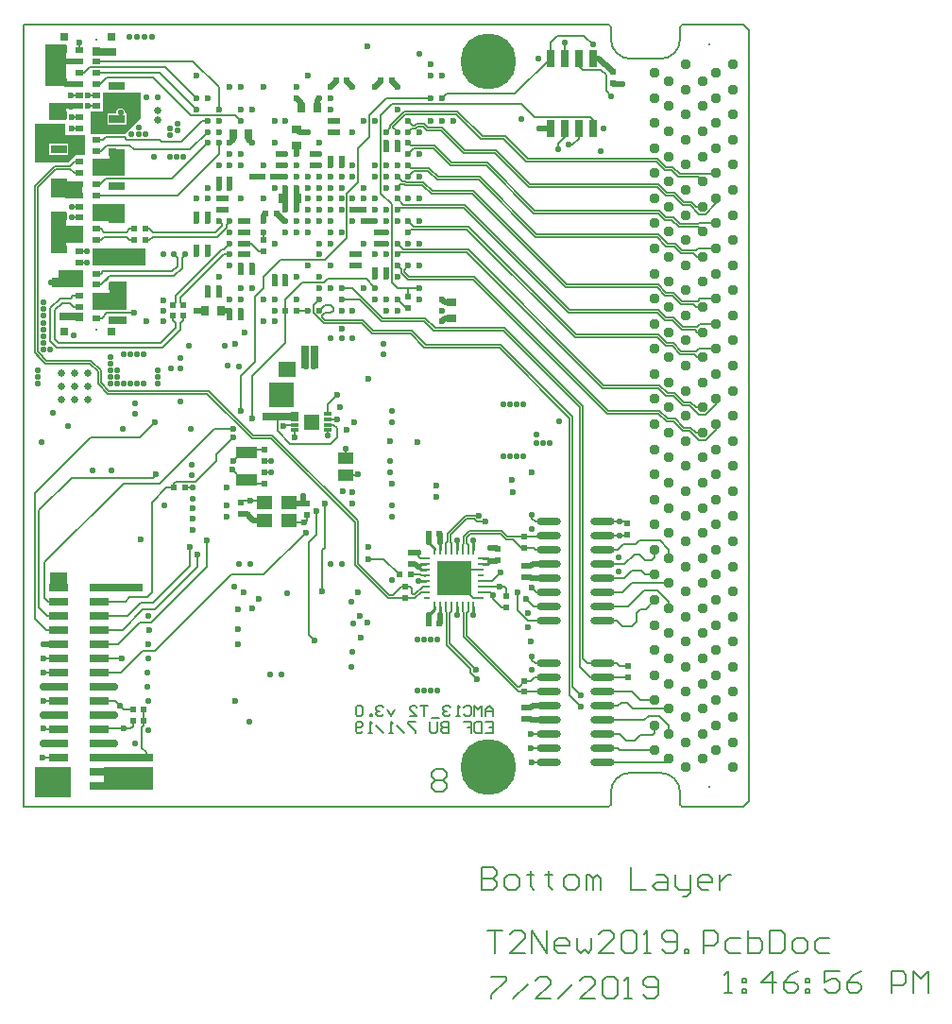
<source format=gbl>
G04*
G04 #@! TF.GenerationSoftware,Altium Limited,Altium Designer,18.1.11 (251)*
G04*
G04 Layer_Physical_Order=8*
G04 Layer_Color=16711680*
%FSLAX44Y44*%
%MOMM*%
G71*
G01*
G75*
%ADD13C,0.2540*%
%ADD15C,0.1270*%
%ADD16C,0.1524*%
%ADD17C,0.2032*%
%ADD20R,0.6000X0.6000*%
%ADD21R,0.8000X1.5000*%
%ADD22O,2.2000X0.6000*%
%ADD23R,0.6000X0.6000*%
%ADD24R,0.6000X0.5000*%
%ADD29R,0.5000X0.6000*%
%ADD30R,0.8000X0.9000*%
%ADD38R,1.4000X1.1000*%
%ADD84C,0.5080*%
%ADD86C,0.1778*%
%ADD113C,0.6000*%
%ADD114C,0.1270*%
%ADD115C,0.2000*%
%ADD116C,0.9500*%
%ADD117C,5.0000*%
%ADD118C,0.5588*%
%ADD119C,0.6600*%
%ADD122R,1.6000X0.5000*%
%ADD147R,0.2500X0.6000*%
%ADD148R,0.6000X0.2500*%
%ADD149R,3.1000X3.1000*%
%ADD150R,1.6764X0.7366*%
%ADD151R,0.7000X0.5000*%
%ADD152R,0.6500X0.8000*%
%ADD153R,1.4000X1.2000*%
%ADD154R,1.9000X1.1000*%
%ADD155R,0.9000X0.8000*%
%ADD156R,0.7500X0.3000*%
%ADD157R,1.3600X1.4600*%
%ADD158C,0.7112*%
%ADD159R,1.6000X1.4000*%
%ADD160R,3.4290X0.6350*%
%ADD161R,0.8000X0.8000*%
%ADD162R,0.8000X0.8000*%
%ADD163R,4.8500X1.5000*%
%ADD164R,1.6000X1.5000*%
%ADD165R,2.1750X1.5000*%
%ADD166R,1.6000X0.8000*%
%ADD167R,1.5750X1.5000*%
%ADD168R,1.3500X3.8000*%
%ADD169R,0.9000X0.9500*%
%ADD170R,0.6750X2.1250*%
%ADD171R,0.7500X2.1250*%
%ADD172R,1.5500X1.3750*%
%ADD173R,3.3000X0.8000*%
%ADD174R,2.2000X2.3000*%
%ADD175R,4.4000X0.7000*%
%ADD176R,4.4000X2.0000*%
%ADD177R,3.3250X2.7500*%
%ADD178R,2.1500X0.8000*%
%ADD179R,1.8500X3.8250*%
%ADD180R,1.5750X0.5250*%
%ADD181R,1.7000X0.5000*%
%ADD182R,1.4750X0.8000*%
%ADD183R,1.4500X0.8000*%
%ADD184R,1.6000X1.5250*%
%ADD185R,1.4500X0.8000*%
%ADD186R,1.6250X1.5000*%
%ADD187R,1.3500X1.8000*%
%ADD188R,1.5250X1.5000*%
%ADD189R,1.4500X1.8000*%
%ADD190R,1.5500X1.5000*%
%ADD191R,1.6500X0.8000*%
%ADD192R,1.6500X2.5000*%
%ADD193R,1.3970X2.4130*%
%ADD194R,1.3970X0.6350*%
G36*
X237500Y802500D02*
X255000D01*
Y784000D01*
X246500D01*
X240000Y777500D01*
X210000D01*
Y812500D01*
X237500D01*
Y802500D01*
D02*
G37*
G36*
X305000Y822000D02*
Y817000D01*
X291000Y803000D01*
X260000D01*
Y823000D01*
X271000D01*
Y840000D01*
X305000D01*
Y822000D01*
D02*
G37*
%LPC*%
G36*
X238500Y794875D02*
X224000D01*
X223028Y794472D01*
X222625Y793500D01*
Y785500D01*
X223028Y784528D01*
X224000Y784125D01*
X238500D01*
X238753Y784230D01*
X239770D01*
Y785247D01*
X239875Y785500D01*
Y793500D01*
X239770Y793753D01*
Y794770D01*
X238753D01*
X238500Y794875D01*
D02*
G37*
G36*
X287000Y826144D02*
X285414Y825828D01*
X284070Y824930D01*
X283172Y823586D01*
X282856Y822000D01*
X282754Y821875D01*
X276500D01*
X276247Y821770D01*
X275235D01*
Y820765D01*
X275125Y820500D01*
Y812500D01*
X275235Y812235D01*
Y811230D01*
X276247D01*
X276500Y811125D01*
X291000D01*
X291972Y811528D01*
X292375Y812500D01*
Y820500D01*
X291972Y821472D01*
X291110Y821829D01*
X291144Y822000D01*
X290828Y823586D01*
X289930Y824930D01*
X288586Y825828D01*
X287000Y826144D01*
D02*
G37*
%LPD*%
D13*
X554000Y402500D02*
X560750D01*
X556500Y412500D02*
X560750D01*
X554000Y415000D02*
X556500Y412500D01*
Y417500D02*
X560750D01*
X554000Y415000D02*
X556500Y417500D01*
X573500Y430250D02*
Y437500D01*
X568500Y430250D02*
Y431500D01*
X563000Y437000D02*
X568500Y431500D01*
X588500Y430250D02*
Y438500D01*
X603500Y430250D02*
Y438500D01*
X603500Y438500D01*
X588500Y372000D02*
Y379750D01*
X603500Y372000D02*
Y379750D01*
Y372000D02*
X603500Y372000D01*
X611250Y417500D02*
X616000D01*
X618500Y420000D01*
X611250Y422500D02*
X616000D01*
X618500Y420000D01*
X568500Y377000D02*
Y379750D01*
X563500Y372000D02*
X568500Y377000D01*
X573500Y372000D02*
Y379750D01*
D15*
X722122Y841502D02*
X726440Y837184D01*
X722122Y841502D02*
Y855980D01*
X717550Y860552D02*
X722122Y855980D01*
X701294Y860552D02*
X717550D01*
X658140Y818000D02*
X707778D01*
X646140Y830000D02*
X658140Y818000D01*
X530000Y830000D02*
X646140D01*
X710438Y807966D02*
Y815340D01*
X707778Y818000D02*
X710438Y815340D01*
X697738Y864108D02*
X701294Y860552D01*
X697738Y864108D02*
Y870966D01*
X685038D02*
X685546Y871474D01*
Y885444D01*
X702564Y891286D02*
X710438Y883412D01*
X678434Y891286D02*
X702564D01*
X672338Y885190D02*
X678434Y891286D01*
X672338Y870966D02*
Y885190D01*
X631526Y801370D02*
X651846Y781050D01*
X630474Y798830D02*
X650794Y778510D01*
X651846Y781050D02*
X768350D01*
X650794Y778510D02*
X767298D01*
X678942Y789000D02*
Y794512D01*
X685038Y800608D01*
Y807966D01*
X688340Y793750D02*
X692404D01*
X697738Y799084D01*
Y807966D01*
X640372Y839000D02*
X672338Y870966D01*
X579000Y839000D02*
X640372D01*
X611160Y801370D02*
X631526D01*
X610108Y798830D02*
X630474D01*
X654086Y757936D02*
X769112D01*
X623352Y788670D02*
X654086Y757936D01*
X595412Y788670D02*
X623352D01*
X653034Y755396D02*
X768060D01*
X622300Y786130D02*
X653034Y755396D01*
X594360Y786130D02*
X622300D01*
X658422Y734550D02*
X770146D01*
X615732Y777240D02*
X658422Y734550D01*
X583982Y777240D02*
X615732D01*
X657370Y732010D02*
X769094D01*
X614680Y774700D02*
X657370Y732010D01*
X582930Y774700D02*
X614680D01*
X660182Y713486D02*
X768858D01*
X609128Y764540D02*
X660182Y713486D01*
X571567Y764540D02*
X609128D01*
X659130Y710946D02*
X767806D01*
X608076Y762000D02*
X659130Y710946D01*
X570515Y762000D02*
X608076D01*
X687106Y668020D02*
X769112D01*
X603286Y751840D02*
X687106Y668020D01*
X566807Y751840D02*
X603286D01*
X686054Y665480D02*
X768060D01*
X602234Y749300D02*
X686054Y665480D01*
X565755Y749300D02*
X602234D01*
X689392Y645668D02*
X768858D01*
X595412Y739648D02*
X689392Y645668D01*
X540352Y739648D02*
X595412D01*
X688340Y643128D02*
X767806D01*
X594360Y737108D02*
X688340Y643128D01*
X537108Y737108D02*
X594360D01*
X695234Y623062D02*
X769112D01*
X598460Y719836D02*
X695234Y623062D01*
X550164Y719836D02*
X598460D01*
X694182Y620522D02*
X768060D01*
X597408Y717296D02*
X694182Y620522D01*
X547296Y717296D02*
X597408D01*
X720126Y577850D02*
X770128D01*
X598460Y699516D02*
X720126Y577850D01*
X540484Y699516D02*
X598460D01*
X719074Y575310D02*
X769076D01*
X597408Y696976D02*
X719074Y575310D01*
X536976Y696976D02*
X597408D01*
X724444Y554990D02*
X770164D01*
X604302Y675132D02*
X724444Y554990D01*
X545592Y675132D02*
X604302D01*
X723392Y552450D02*
X769112D01*
X603250Y672592D02*
X723392Y552450D01*
X544540Y672592D02*
X603250D01*
X701000Y333000D02*
Y558876D01*
X630876Y629000D02*
X701000Y558876D01*
X569000Y629000D02*
X630876D01*
X698460Y325540D02*
Y557824D01*
X629824Y626460D02*
X698460Y557824D01*
X567948Y626460D02*
X629824D01*
X438000Y457000D02*
X440086Y454914D01*
X451866D01*
X453898Y456946D01*
Y462106D01*
X453024Y446024D02*
X453136D01*
X415000Y408000D02*
X453024Y446024D01*
X386000Y408000D02*
X415000D01*
X394970Y472360D02*
X396610Y474000D01*
X403000D01*
X575092Y808990D02*
X595412Y788670D01*
X567690Y789940D02*
X582930Y774700D01*
X568742Y792480D02*
X583982Y777240D01*
X588010Y820928D02*
X610108Y798830D01*
X589062Y823468D02*
X611160Y801370D01*
X550908Y390500D02*
X557908Y397500D01*
X548000Y391500D02*
Y395500D01*
X546500Y397000D02*
X548000Y395500D01*
Y391500D02*
X549000Y390500D01*
X550908D01*
X557908Y397500D02*
X560750D01*
X551000Y387000D02*
X556500Y392500D01*
X542000Y387000D02*
X551000D01*
X538960Y397000D02*
X542000D01*
X531500Y389540D02*
X538960Y397000D01*
X527960Y389540D02*
X531500D01*
X499500Y418000D02*
X527960Y389540D01*
X526908Y387000D02*
X542000D01*
X496960Y416948D02*
X526908Y387000D01*
X542000Y397000D02*
X546500D01*
X556500Y392500D02*
X560750D01*
X633000Y389000D02*
Y395500D01*
X631000Y397500D02*
X633000Y395500D01*
X627000Y397500D02*
X631000D01*
X628500Y379000D02*
X633000D01*
X621000Y386500D02*
X628500Y379000D01*
X621000Y386500D02*
Y389500D01*
X500000Y790000D02*
X509999Y799999D01*
X500000Y760000D02*
Y790000D01*
X509999Y799999D02*
Y819999D01*
X525000Y835000D01*
X315000Y392000D02*
Y473000D01*
X328000Y486000D01*
X311000Y388000D02*
X315000Y392000D01*
X295000Y388000D02*
X311000D01*
X291100Y384100D02*
X295000Y388000D01*
X268095Y384100D02*
X291100D01*
X268095Y371400D02*
X293400D01*
X349000Y416000D02*
Y433000D01*
X316000Y383000D02*
X349000Y416000D01*
X305000Y383000D02*
X316000D01*
X293400Y371400D02*
X305000Y383000D01*
X364000Y415000D02*
Y439000D01*
X314000Y365000D02*
X364000Y415000D01*
X304000Y365000D02*
X314000D01*
X356000Y415000D02*
Y426000D01*
X317999Y376999D02*
X356000Y415000D01*
X306999Y376999D02*
X317999D01*
X288700Y358700D02*
X306999Y376999D01*
X473000Y561000D02*
X481000Y569000D01*
X473000Y552500D02*
Y561000D01*
X289755Y489755D02*
X321755D01*
X371000Y539000D01*
X219000Y419000D02*
X289755Y489755D01*
X219000Y387000D02*
Y419000D01*
Y387000D02*
X221900Y384100D01*
X231265D01*
X243000Y495000D02*
X316000D01*
X214000Y379000D02*
X221600Y371400D01*
X316000Y495000D02*
X319000Y498000D01*
X214000Y466000D02*
X243000Y495000D01*
X214000Y379000D02*
Y466000D01*
X210000Y481000D02*
X260000Y531000D01*
X210000Y369000D02*
X220300Y358700D01*
X210000Y369000D02*
Y481000D01*
X304000Y531000D02*
X317999Y544999D01*
X260000Y531000D02*
X304000D01*
X285000Y346000D02*
X304000Y365000D01*
X268095Y346000D02*
X285000D01*
X268095Y320600D02*
X287600D01*
X242000Y838000D02*
X250000D01*
X258000D02*
X265000D01*
X258000Y828000D02*
X265000D01*
Y868000D02*
X352000D01*
X375000Y845000D01*
Y825000D02*
Y845000D01*
X507000Y673000D02*
X515000Y665000D01*
X405000Y548000D02*
Y586000D01*
X395000Y555000D02*
Y586000D01*
X555000Y835000D02*
X565000D01*
X525000D02*
X555000D01*
X655050Y264950D02*
X671000D01*
X654750Y252250D02*
X671000D01*
X655450Y239550D02*
X671000D01*
X538480Y678652D02*
Y681520D01*
Y678652D02*
X544540Y672592D01*
X769112Y552450D02*
X776242Y545320D01*
X790666Y537464D02*
X797124D01*
X541020Y679704D02*
X545592Y675132D01*
X770164Y554990D02*
X777294Y547860D01*
X783862D02*
X791718Y540004D01*
X798176D01*
X535000Y685000D02*
X538480Y681520D01*
X541228Y681228D02*
X545000Y685000D01*
X541020Y681228D02*
X541228D01*
X541020Y679704D02*
Y681228D01*
X777294Y547860D02*
X783862D01*
X776242Y545320D02*
X782810D01*
X790666Y537464D01*
X535000Y695000D02*
X536976Y696976D01*
X535000Y705000D02*
X540484Y699516D01*
X776188Y568198D02*
X782792D01*
X790920Y560070D02*
X797018D01*
X769076Y575310D02*
X776188Y568198D01*
X770128Y577850D02*
X777240Y570738D01*
X782792Y568198D02*
X790920Y560070D01*
X777240Y570738D02*
X783844D01*
X791972Y562610D01*
X798176Y540004D02*
X802681Y535500D01*
X808500D01*
X797124Y537464D02*
X805743Y528845D01*
X811547D01*
X821000Y538298D01*
Y543000D01*
X791972Y562610D02*
X798071D01*
X802681Y558000D01*
X808500D01*
X797018Y560070D02*
X805743Y551345D01*
X811695D01*
X821000Y560650D01*
Y565500D01*
X545000Y715000D02*
X547296Y717296D01*
X545000Y725000D02*
X550164Y719836D01*
X769112Y623062D02*
X776732Y615442D01*
X782574D01*
X789686Y608330D01*
X803148D01*
X768060Y620522D02*
X775680Y612902D01*
X781522D01*
X788634Y605790D01*
X800862D01*
X803652Y603000D01*
X808500D01*
X803148Y608330D02*
X805318Y610500D01*
X821000D01*
X535000Y735000D02*
X537108Y737108D01*
X535000Y745000D02*
X540352Y739648D01*
X768858Y645668D02*
X776224Y638302D01*
X782828D01*
X791210Y629920D01*
X803402D01*
X767806Y643128D02*
X775172Y635762D01*
X781776D01*
X790158Y627380D01*
X801878D01*
X803758Y625500D01*
X808500D01*
X803402Y629920D02*
X806482Y633000D01*
X821000D01*
X535000Y755000D02*
X537682Y757682D01*
X541789D01*
X535000Y764972D02*
Y765000D01*
Y764972D02*
X539750Y760222D01*
X768060Y665480D02*
X775172Y658368D01*
X781776D01*
X789396Y650748D01*
X800354D01*
X769112Y668020D02*
X776224Y660908D01*
X782828D01*
X790448Y653288D01*
X804376D01*
X541789Y757682D02*
X541916Y757555D01*
X800354Y650748D02*
X803102Y648000D01*
X808500D01*
X804376Y653288D02*
X806588Y655500D01*
X821000D01*
X545000Y775000D02*
X547555Y772445D01*
X545000Y765000D02*
X549884Y769884D01*
X552948D01*
X768858Y713486D02*
X777240Y705104D01*
X784098D01*
X767806Y710946D02*
X776188Y702564D01*
X783046D01*
X789396Y696214D02*
X800354D01*
X552948Y769884D02*
X552968Y769905D01*
X783046Y702564D02*
X789396Y696214D01*
X784098Y705104D02*
X790448Y698754D01*
X800354Y696214D02*
X803568Y693000D01*
X808500D01*
X790448Y698754D02*
X803148D01*
X804894Y700500D01*
X821000D01*
X545000Y795000D02*
X547520Y792480D01*
X545000Y785000D02*
X549940Y789940D01*
X770146Y734550D02*
X776224Y728472D01*
X782320D01*
X788670Y722122D01*
X804418D01*
X775172Y725932D02*
X781268D01*
X787618Y719582D01*
X804418D01*
X769094Y732010D02*
X775172Y725932D01*
X804418Y722122D02*
X805296Y723000D01*
X821000D01*
X804418Y719582D02*
X808500Y715500D01*
X545000Y815000D02*
X549232Y810768D01*
X550239D01*
X545000Y805000D02*
X548228Y808228D01*
X551291D01*
X553051Y809988D01*
X768060Y755396D02*
X775680Y747776D01*
X782284D01*
X790666Y739394D01*
X797694D01*
X550239Y810768D02*
X551999Y812528D01*
X559326D02*
X562864Y808990D01*
X769112Y757936D02*
X776732Y750316D01*
X783336D01*
X791718Y741934D01*
X798746D01*
X551999Y812528D02*
X559326D01*
X553051Y809988D02*
X558274D01*
X561812Y806450D01*
X798746Y741934D02*
X802681Y738000D01*
X808500D01*
X797694Y739394D02*
X805743Y731345D01*
X811609D01*
X821000Y740736D01*
Y745500D01*
X535000Y805000D02*
Y805104D01*
X531368Y808736D02*
X535000Y805104D01*
X525000Y805000D02*
X525092D01*
X528828Y808736D01*
X531368Y809752D02*
X542544Y820928D01*
X767298Y778510D02*
X774664Y771144D01*
X780796D01*
X787146Y764794D01*
X528828Y810804D02*
X541492Y823468D01*
X768350Y781050D02*
X775716Y773684D01*
X781848D01*
X788198Y767334D01*
X528828Y808736D02*
Y810804D01*
X531368Y808736D02*
Y809752D01*
X788198Y767334D02*
X820334D01*
X821000Y768000D01*
X787146Y764794D02*
X804206D01*
X808500Y760500D01*
X433250Y541000D02*
X434750Y542500D01*
X443000D01*
Y531500D02*
Y537500D01*
X473000Y547500D02*
X481000D01*
X473000Y542500D02*
X478000D01*
X481250Y539250D01*
Y531000D02*
Y539250D01*
X475500Y525250D02*
X481250Y531000D01*
X439000Y525250D02*
X475500D01*
X427500Y536750D02*
X439000Y525250D01*
X427500Y536750D02*
Y550250D01*
X402000Y520000D02*
X416000D01*
X400000Y518000D02*
X402000Y520000D01*
X403000Y490000D02*
X416000D01*
X400000Y493000D02*
X403000Y490000D01*
X387000Y502000D02*
X396000Y493000D01*
X400000D01*
X388000Y510000D02*
X396000Y518000D01*
X400000D01*
X403000Y474000D02*
X415000D01*
X416000Y473000D01*
X250000Y878000D02*
Y885000D01*
X327000Y863000D02*
X355000Y835000D01*
X259000Y863000D02*
X327000D01*
X254000Y858000D02*
X259000Y863000D01*
X250000Y858000D02*
X254000D01*
X269000Y848000D02*
X275000Y854000D01*
X265000Y848000D02*
X269000D01*
X390000Y820000D02*
X395000Y815000D01*
X245618Y768000D02*
X250000D01*
X241888Y771730D02*
X245618Y768000D01*
Y778000D02*
X250000D01*
X241888Y774270D02*
X245618Y778000D01*
X243500Y738000D02*
X250000D01*
X243500Y728000D02*
X250000D01*
X265000Y638000D02*
X270000D01*
X274750Y642750D01*
X401000Y705000D02*
X401000Y705000D01*
X274750Y642750D02*
X299000D01*
X265000Y858000D02*
X322000D01*
X355000Y825000D01*
X350000Y820000D02*
X390000D01*
X275000Y854000D02*
X316000D01*
X350000Y820000D01*
X298000Y272000D02*
Y277000D01*
X296000Y270000D02*
X298000Y272000D01*
X290000Y270000D02*
X296000D01*
X306000Y271000D02*
X308000Y273000D01*
X306000Y253000D02*
Y271000D01*
Y253000D02*
X310000Y249000D01*
Y244500D02*
Y249000D01*
X308000Y273000D02*
Y277000D01*
Y287000D01*
X415000Y708000D02*
Y715000D01*
X401000Y705000D02*
X404000D01*
X411000Y698000D01*
X415000D01*
X489999Y709999D02*
Y749999D01*
X500000Y760000D01*
X259334Y597408D02*
X266700Y590042D01*
X219710Y597408D02*
X259334D01*
X212344Y604774D02*
X219710Y597408D01*
X220762Y599948D02*
X260386D01*
X214140Y606570D02*
X220762Y599948D01*
X228134Y774270D02*
X241888D01*
X229186Y771730D02*
X241888D01*
X210058Y756194D02*
X228134Y774270D01*
X212598Y755142D02*
X229186Y771730D01*
X269240Y580172D02*
Y591094D01*
X260386Y599948D02*
X269240Y591094D01*
X212598Y608112D02*
Y755142D01*
Y608112D02*
X220762Y599948D01*
X210058Y607060D02*
Y756194D01*
Y607060D02*
X219710Y597408D01*
X266700Y579120D02*
Y590042D01*
Y579120D02*
X275590Y570230D01*
X269240Y580172D02*
X276642Y572770D01*
X275590Y570230D02*
X364744D01*
X404622Y530352D01*
X421858D01*
X365796Y572770D02*
X405674Y532892D01*
X422910D01*
X276642Y572770D02*
X365796D01*
X373000Y516000D02*
X388000Y531000D01*
X393000Y418000D02*
X393000Y418000D01*
X371000Y539000D02*
X388000D01*
X345000Y486000D02*
X352000D01*
X345000Y486000D02*
X345000Y486000D01*
X328000Y486000D02*
X335000D01*
Y490000D01*
X336000Y491000D01*
X354000D01*
X373000Y510000D01*
Y516000D01*
X268095Y358700D02*
X288700D01*
X268095Y333300D02*
X268395Y333000D01*
X288000D01*
X268095Y295200D02*
X268295Y295000D01*
Y270000D02*
X290000D01*
X268095D02*
X268295D01*
X268095Y269800D02*
X268295Y270000D01*
X231065D02*
X231265Y269800D01*
X218000Y333300D02*
X231265D01*
X218000Y320600D02*
X231265D01*
X218200Y269800D02*
X231265D01*
X218000Y270000D02*
X218200Y269800D01*
X218000Y295200D02*
X231265D01*
X217400Y244400D02*
X231265D01*
X221600Y371400D02*
X231265D01*
X220300Y358700D02*
X231265D01*
X290000Y287000D02*
X298000D01*
X268095Y295200D02*
X281800D01*
X286447Y290553D02*
X290000Y287000D01*
X281800Y295200D02*
X286447Y290553D01*
X307000Y340000D02*
X318000D01*
X386000Y408000D01*
X287600Y320600D02*
X307000Y340000D01*
X470000Y432000D02*
Y472000D01*
X456000Y354000D02*
Y437500D01*
X462500Y444000D01*
Y465250D01*
X468000Y430000D02*
X470000Y432000D01*
X468000Y393000D02*
Y430000D01*
X458296Y351704D02*
X461000Y349000D01*
X456000Y354000D02*
X458296Y351704D01*
X719000Y328450D02*
X732050D01*
X734500Y326000D01*
X742000D01*
X719000Y315750D02*
X741750D01*
X742000Y316000D01*
X739550Y455450D02*
X741000Y454000D01*
X719000Y442750D02*
X739750D01*
X741000Y444000D01*
X469999Y689999D02*
X489999Y709999D01*
X429999Y689999D02*
X469999D01*
X415000Y675000D02*
X429999Y689999D01*
X415000Y665000D02*
Y675000D01*
X407500Y657500D02*
X415000Y665000D01*
X395000Y586000D02*
X407500Y598500D01*
Y657500D01*
X472500Y673000D02*
X507000D01*
X469500Y670000D02*
X472500Y673000D01*
X450000Y670000D02*
X469500D01*
X435000Y655000D02*
X450000Y670000D01*
X435000Y645000D02*
Y655000D01*
Y616000D02*
Y645000D01*
X405000Y586000D02*
X435000Y616000D01*
X445000Y645000D02*
X455000D01*
X485000Y665000D02*
X495000D01*
X522000Y638000D01*
X560000D01*
X569000Y629000D01*
X485000Y655000D02*
X501408D01*
X520948Y635460D01*
X558948D01*
X567948Y626460D01*
X560250Y407000D02*
X560750Y407500D01*
X509000Y422000D02*
X522000D01*
X556000Y422500D02*
X560750D01*
X554000Y424500D02*
X556000Y422500D01*
X554000Y424500D02*
Y428000D01*
X556500Y407500D02*
X560750D01*
X556000Y408000D02*
X556500Y407500D01*
X547000Y408000D02*
X556000D01*
X523000Y422000D02*
X537000Y408000D01*
X509000Y422000D02*
X523000D01*
X499500Y418000D02*
Y456302D01*
X422910Y532892D02*
X499500Y456302D01*
X421858Y530352D02*
X496960Y455250D01*
Y416948D02*
Y455250D01*
X598500Y430250D02*
Y435000D01*
X597500Y436000D02*
X598500Y435000D01*
X597500Y436000D02*
Y441500D01*
X600500Y444500D01*
X627500D01*
X599448Y447040D02*
X628552D01*
X594960Y442552D02*
X599448Y447040D01*
X594960Y435960D02*
Y442552D01*
X593500Y434500D02*
X594960Y435960D01*
X593500Y430250D02*
Y434500D01*
X593500Y430250D02*
X593500Y430250D01*
X670250Y442000D02*
X671000Y442750D01*
X649000Y442000D02*
X670250D01*
X649000Y432000D02*
X657000D01*
X658950Y430050D01*
X671000D01*
X596000Y461000D02*
X608500D01*
X580000Y445000D02*
X596000Y461000D01*
X580000Y438000D02*
Y445000D01*
X578500Y436500D02*
X580000Y438000D01*
X578500Y430250D02*
Y436500D01*
X578500Y430250D02*
X578500Y430250D01*
X583500Y430250D02*
Y436040D01*
X582540Y437000D02*
X583500Y436040D01*
X582540Y437000D02*
Y443948D01*
X597052Y458460D01*
X603540D01*
X606500Y455500D01*
X614000D01*
X593500Y412500D02*
X611250D01*
X586000Y405000D02*
X593500Y412500D01*
X603500Y387500D02*
X611250D01*
X586000Y405000D02*
X603500Y387500D01*
X598500Y375000D02*
Y379750D01*
X597000Y373500D02*
X598500Y375000D01*
X597000Y353500D02*
Y373500D01*
X593500Y374960D02*
Y379750D01*
Y374960D02*
X594460Y374000D01*
Y352448D02*
Y374000D01*
X649000Y303000D02*
X670950D01*
X671000Y303050D01*
X649000Y313000D02*
X655000D01*
X657750Y315750D01*
X671000D01*
X659050Y328450D02*
X671000D01*
X656000Y331500D02*
X659050Y328450D01*
X656000Y331500D02*
Y335000D01*
X659050Y455450D02*
X671000D01*
X656000Y458500D02*
X659050Y455450D01*
X656000Y458500D02*
Y461500D01*
X582000Y346500D02*
X606000Y322500D01*
X582000Y346500D02*
Y373500D01*
X583500Y375000D01*
Y379750D01*
X583500Y379750D02*
X583500Y379750D01*
X578500Y374960D02*
Y379750D01*
Y374960D02*
X579460Y374000D01*
Y345040D02*
Y374000D01*
Y345040D02*
X600500Y324000D01*
Y320500D02*
Y324000D01*
Y320500D02*
X606500Y314500D01*
X611250Y392500D02*
X618000D01*
X621000Y389500D01*
X611250Y397500D02*
X627000D01*
X701000Y333000D02*
X705550Y328450D01*
X719000D01*
X708250Y315750D02*
X719000D01*
X698460Y325540D02*
X708250Y315750D01*
X692000Y308000D02*
X700000Y300000D01*
X692000Y308000D02*
Y549500D01*
X627500Y614000D02*
X692000Y549500D01*
X560500Y614000D02*
X627500D01*
X548000Y626500D02*
X560500Y614000D01*
X513500Y626500D02*
X548000D01*
X504000Y636000D02*
X513500Y626500D01*
X460000Y650000D02*
X465000Y655000D01*
X460000Y642500D02*
Y650000D01*
Y642500D02*
X469040Y633460D01*
X502948D01*
X512448Y623960D01*
X546948D01*
X559448Y611460D01*
X626448D01*
X689460Y548448D01*
Y300040D02*
Y548448D01*
Y300040D02*
X700000Y289500D01*
X620000Y402500D02*
X627500Y410000D01*
X611250Y402500D02*
X620000D01*
X651950Y366550D02*
X671000D01*
X642500Y376000D02*
X651950Y366550D01*
X642500Y376000D02*
Y392000D01*
X650500Y386000D02*
X657250Y379250D01*
X671000D01*
X660050Y391950D02*
X671000D01*
X655500Y396500D02*
X660050Y391950D01*
X628552Y447040D02*
X633592Y442000D01*
X649000D01*
X646000Y432000D02*
X649000D01*
X627500Y444500D02*
X632540Y439460D01*
X638540D01*
X646000Y432000D01*
X594460Y352448D02*
X643908Y303000D01*
X649000D01*
X642750Y307750D02*
X644250D01*
X649000Y312500D01*
Y313000D01*
X597000Y353500D02*
X642750Y307750D01*
X719000Y455450D02*
X734500D01*
X739550D01*
X465000Y645000D02*
X470000Y650000D01*
X475000D01*
X477500Y647500D01*
Y645000D02*
Y647500D01*
X475500Y643000D02*
X477500Y645000D01*
X470000Y643000D02*
X475500D01*
X467546Y638546D02*
Y640546D01*
Y638546D02*
X470092Y636000D01*
X467546Y640546D02*
X470000Y643000D01*
X470092Y636000D02*
X504000D01*
X520000Y820000D02*
X530000Y830000D01*
X520000Y750000D02*
Y820000D01*
Y750000D02*
X530000Y740000D01*
Y670000D02*
Y740000D01*
Y670000D02*
X535000Y665000D01*
X557500Y757555D02*
X565755Y749300D01*
X541916Y757555D02*
X557500D01*
X539750Y760222D02*
X542841D01*
X542968Y760095D01*
X558552D01*
X566807Y751840D01*
X552968Y769905D02*
X562610D01*
X547555Y772445D02*
X563662D01*
X549940Y789940D02*
X567690D01*
X547520Y792480D02*
X568742D01*
X561812Y806450D02*
X574040D01*
X562864Y808990D02*
X575092D01*
X542544Y820928D02*
X588010D01*
X541492Y823468D02*
X589062D01*
X562610Y769905D02*
X570515Y762000D01*
X563662Y772445D02*
X571567Y764540D01*
X574040Y806450D02*
X594360Y786130D01*
X575000Y835000D02*
X579000Y839000D01*
X545000Y657000D02*
Y665000D01*
X535000D02*
X545000D01*
X555000D01*
X200000Y200000D02*
X724500D01*
D16*
X621000Y281000D02*
Y287665D01*
X617668Y290997D01*
X614336Y287665D01*
Y281000D01*
Y285998D01*
X621000D01*
X611003Y281000D02*
Y290997D01*
X607671Y287665D01*
X604339Y290997D01*
Y281000D01*
X594342Y289331D02*
X596008Y290997D01*
X599340D01*
X601006Y289331D01*
Y282666D01*
X599340Y281000D01*
X596008D01*
X594342Y282666D01*
X591010Y281000D02*
X587677D01*
X589343D01*
Y290997D01*
X591010Y289331D01*
X582679D02*
X581013Y290997D01*
X577681D01*
X576015Y289331D01*
Y287665D01*
X577681Y285998D01*
X579347D01*
X577681D01*
X576015Y284332D01*
Y282666D01*
X577681Y281000D01*
X581013D01*
X582679Y282666D01*
X572682Y279334D02*
X566018D01*
X562686Y290997D02*
X556021D01*
X559353D01*
Y281000D01*
X546024D02*
X552689D01*
X546024Y287665D01*
Y289331D01*
X547690Y290997D01*
X551022D01*
X552689Y289331D01*
X532695Y287665D02*
X529363Y281000D01*
X526031Y287665D01*
X522698Y289331D02*
X521032Y290997D01*
X517700D01*
X516034Y289331D01*
Y287665D01*
X517700Y285998D01*
X519366D01*
X517700D01*
X516034Y284332D01*
Y282666D01*
X517700Y281000D01*
X521032D01*
X522698Y282666D01*
X512702Y281000D02*
Y282666D01*
X511035D01*
Y281000D01*
X512702D01*
X504371Y289331D02*
X502705Y290997D01*
X499372D01*
X497706Y289331D01*
Y282666D01*
X499372Y281000D01*
X502705D01*
X504371Y282666D01*
Y289331D01*
X614336Y275997D02*
X621000D01*
Y266000D01*
X614336D01*
X621000Y270998D02*
X617668D01*
X611003Y275997D02*
Y266000D01*
X606005D01*
X604339Y267666D01*
Y274331D01*
X606005Y275997D01*
X611003D01*
X594342D02*
X601006D01*
Y270998D01*
X597674D01*
X601006D01*
Y266000D01*
X581013Y275997D02*
Y266000D01*
X576015D01*
X574348Y267666D01*
Y269332D01*
X576015Y270998D01*
X581013D01*
X576015D01*
X574348Y272665D01*
Y274331D01*
X576015Y275997D01*
X581013D01*
X571016D02*
Y267666D01*
X569350Y266000D01*
X566018D01*
X564352Y267666D01*
Y275997D01*
X551022D02*
X544358D01*
Y274331D01*
X551022Y267666D01*
Y266000D01*
X541026D02*
X534361Y272665D01*
X531029Y266000D02*
X527697D01*
X529363D01*
Y275997D01*
X531029Y274331D01*
X522698Y266000D02*
X516034Y272665D01*
X512702Y266000D02*
X509369D01*
X511035D01*
Y275997D01*
X512702Y274331D01*
X504371Y267666D02*
X502705Y266000D01*
X499372D01*
X497706Y267666D01*
Y274331D01*
X499372Y275997D01*
X502705D01*
X504371Y274331D01*
Y272665D01*
X502705Y270998D01*
X497706D01*
X611000Y145994D02*
Y126000D01*
X620997D01*
X624329Y129332D01*
Y132664D01*
X620997Y135997D01*
X611000D01*
X620997D01*
X624329Y139329D01*
Y142661D01*
X620997Y145994D01*
X611000D01*
X634326Y126000D02*
X640990D01*
X644323Y129332D01*
Y135997D01*
X640990Y139329D01*
X634326D01*
X630994Y135997D01*
Y129332D01*
X634326Y126000D01*
X654319Y142661D02*
Y139329D01*
X650987D01*
X657652D01*
X654319D01*
Y129332D01*
X657652Y126000D01*
X670981Y142661D02*
Y139329D01*
X667648D01*
X674313D01*
X670981D01*
Y129332D01*
X674313Y126000D01*
X687642D02*
X694306D01*
X697639Y129332D01*
Y135997D01*
X694306Y139329D01*
X687642D01*
X684310Y135997D01*
Y129332D01*
X687642Y126000D01*
X704303D02*
Y139329D01*
X707635D01*
X710968Y135997D01*
Y126000D01*
Y135997D01*
X714300Y139329D01*
X717632Y135997D01*
Y126000D01*
X744290Y145994D02*
Y126000D01*
X757619D01*
X767616Y139329D02*
X774281D01*
X777613Y135997D01*
Y126000D01*
X767616D01*
X764284Y129332D01*
X767616Y132664D01*
X777613D01*
X784277Y139329D02*
Y129332D01*
X787610Y126000D01*
X797607D01*
Y122668D01*
X794274Y119335D01*
X790942D01*
X797607Y126000D02*
Y139329D01*
X814268Y126000D02*
X807603D01*
X804271Y129332D01*
Y135997D01*
X807603Y139329D01*
X814268D01*
X817600Y135997D01*
Y132664D01*
X804271D01*
X824265Y139329D02*
Y126000D01*
Y132664D01*
X827597Y135997D01*
X830929Y139329D01*
X834261D01*
X566000Y230661D02*
X569332Y233994D01*
X575997D01*
X579329Y230661D01*
Y227329D01*
X575997Y223997D01*
X579329Y220665D01*
Y217332D01*
X575997Y214000D01*
X569332D01*
X566000Y217332D01*
Y220665D01*
X569332Y223997D01*
X566000Y227329D01*
Y230661D01*
X569332Y223997D02*
X575997D01*
X790500Y901000D02*
G03*
X788500Y899000I0J-2000D01*
G01*
X726500D02*
G03*
X724500Y901000I-2000J0D01*
G01*
X726500Y888000D02*
G03*
X744000Y870500I17500J0D01*
G01*
X771000D02*
G03*
X788500Y888000I0J17500D01*
G01*
Y213000D02*
G03*
X771000Y230500I-17500J0D01*
G01*
X744000D02*
G03*
X726500Y213000I0J-17500D01*
G01*
X724500Y200000D02*
G03*
X726500Y202000I0J2000D01*
G01*
X788500D02*
G03*
X790500Y200000I2000J0D01*
G01*
X200000Y901000D02*
X724500D01*
X790500D02*
X845000D01*
X726500Y888000D02*
Y899000D01*
X788500Y888000D02*
Y899000D01*
X744000Y870500D02*
X771000D01*
X744000Y230500D02*
X771000D01*
X788500Y202000D02*
Y213000D01*
X726500Y202000D02*
Y213000D01*
X845000Y901000D02*
X850000Y896000D01*
Y205000D02*
Y896000D01*
X845000Y200000D02*
X850000Y205000D01*
X790500Y200000D02*
X845000D01*
X200000D02*
Y901000D01*
X616000Y88994D02*
X629329D01*
X622664D01*
Y69000D01*
X649323D02*
X635994D01*
X649323Y82329D01*
Y85661D01*
X645990Y88994D01*
X639326D01*
X635994Y85661D01*
X655987Y69000D02*
Y88994D01*
X669316Y69000D01*
Y88994D01*
X685977Y69000D02*
X679313D01*
X675981Y72332D01*
Y78997D01*
X679313Y82329D01*
X685977D01*
X689310Y78997D01*
Y75665D01*
X675981D01*
X695974Y82329D02*
Y72332D01*
X699306Y69000D01*
X702639Y72332D01*
X705971Y69000D01*
X709303Y72332D01*
Y82329D01*
X729297Y69000D02*
X715968D01*
X729297Y82329D01*
Y85661D01*
X725965Y88994D01*
X719300D01*
X715968Y85661D01*
X735961D02*
X739294Y88994D01*
X745958D01*
X749290Y85661D01*
Y72332D01*
X745958Y69000D01*
X739294D01*
X735961Y72332D01*
Y85661D01*
X755955Y69000D02*
X762619D01*
X759287D01*
Y88994D01*
X755955Y85661D01*
X772616Y72332D02*
X775948Y69000D01*
X782613D01*
X785945Y72332D01*
Y85661D01*
X782613Y88994D01*
X775948D01*
X772616Y85661D01*
Y82329D01*
X775948Y78997D01*
X785945D01*
X792610Y69000D02*
Y72332D01*
X795942D01*
Y69000D01*
X792610D01*
X809271D02*
Y88994D01*
X819268D01*
X822600Y85661D01*
Y78997D01*
X819268Y75665D01*
X809271D01*
X842594Y82329D02*
X832597D01*
X829265Y78997D01*
Y72332D01*
X832597Y69000D01*
X842594D01*
X849258Y88994D02*
Y69000D01*
X859255D01*
X862587Y72332D01*
Y75665D01*
Y78997D01*
X859255Y82329D01*
X849258D01*
X869252Y88994D02*
Y69000D01*
X879249D01*
X882581Y72332D01*
Y85661D01*
X879249Y88994D01*
X869252D01*
X892578Y69000D02*
X899242D01*
X902574Y72332D01*
Y78997D01*
X899242Y82329D01*
X892578D01*
X889245Y78997D01*
Y72332D01*
X892578Y69000D01*
X922568Y82329D02*
X912571D01*
X909239Y78997D01*
Y72332D01*
X912571Y69000D01*
X922568D01*
X619000Y47994D02*
X632329D01*
Y44661D01*
X619000Y31332D01*
Y28000D01*
X638994D02*
X652323Y41329D01*
X672316Y28000D02*
X658987D01*
X672316Y41329D01*
Y44661D01*
X668984Y47994D01*
X662319D01*
X658987Y44661D01*
X678981Y28000D02*
X692310Y41329D01*
X712303Y28000D02*
X698974D01*
X712303Y41329D01*
Y44661D01*
X708971Y47994D01*
X702307D01*
X698974Y44661D01*
X718968D02*
X722300Y47994D01*
X728965D01*
X732297Y44661D01*
Y31332D01*
X728965Y28000D01*
X722300D01*
X718968Y31332D01*
Y44661D01*
X738961Y28000D02*
X745626D01*
X742294D01*
Y47994D01*
X738961Y44661D01*
X755623Y31332D02*
X758955Y28000D01*
X765619D01*
X768952Y31332D01*
Y44661D01*
X765619Y47994D01*
X758955D01*
X755623Y44661D01*
Y41329D01*
X758955Y37997D01*
X768952D01*
X828000Y33000D02*
X834665D01*
X831332D01*
Y52994D01*
X828000Y49661D01*
X844661Y46329D02*
X847993D01*
Y42997D01*
X844661D01*
Y46329D01*
Y36332D02*
X847993D01*
Y33000D01*
X844661D01*
Y36332D01*
X871319Y33000D02*
Y52994D01*
X861323Y42997D01*
X874652D01*
X894645Y52994D02*
X887981Y49661D01*
X881316Y42997D01*
Y36332D01*
X884648Y33000D01*
X891313D01*
X894645Y36332D01*
Y39664D01*
X891313Y42997D01*
X881316D01*
X901310Y46329D02*
X904642D01*
Y42997D01*
X901310D01*
Y46329D01*
Y36332D02*
X904642D01*
Y33000D01*
X901310D01*
Y36332D01*
X931300Y52994D02*
X917971D01*
Y42997D01*
X924635Y46329D01*
X927968D01*
X931300Y42997D01*
Y36332D01*
X927968Y33000D01*
X921303D01*
X917971Y36332D01*
X951294Y52994D02*
X944629Y49661D01*
X937964Y42997D01*
Y36332D01*
X941297Y33000D01*
X947961D01*
X951294Y36332D01*
Y39664D01*
X947961Y42997D01*
X937964D01*
X977952Y33000D02*
Y52994D01*
X987948D01*
X991281Y49661D01*
Y42997D01*
X987948Y39664D01*
X977952D01*
X997945Y33000D02*
Y52994D01*
X1004610Y46329D01*
X1011274Y52994D01*
Y33000D01*
D17*
X473000Y532500D02*
Y537500D01*
X416000Y510000D02*
X422000D01*
X416000Y500000D02*
X422000D01*
X415000Y456000D02*
X416000Y457000D01*
X489000Y497500D02*
X499500D01*
X499000Y497000D02*
X499500Y497500D01*
X500000Y498000D01*
X489000Y512500D02*
Y521000D01*
X265000Y758000D02*
X269050D01*
X274014Y762964D01*
X332964D01*
X365000Y795000D01*
X265000Y748000D02*
X338000D01*
X375000Y785000D01*
Y795000D01*
X719000Y239550D02*
X775050D01*
X778500Y243000D01*
X734500Y250500D02*
X766000D01*
X732500Y252500D02*
X734500Y250500D01*
X719250Y252500D02*
X732500D01*
X719000Y252250D02*
X719250Y252500D01*
X719000Y277650D02*
X756314D01*
X760164Y281500D01*
X770000D01*
X778500Y273000D01*
Y265500D02*
Y273000D01*
X719000Y264950D02*
X734550D01*
X753000Y264500D02*
X764000D01*
X766000Y266500D01*
Y273000D01*
X747500Y259000D02*
X753000Y264500D01*
X734550Y264950D02*
X740500Y259000D01*
X747500D01*
X719000Y303050D02*
X745450D01*
X753000Y295500D01*
X766000D01*
X746498Y288000D02*
X778500D01*
X719000Y290350D02*
X733000D01*
X735650Y293000D01*
X741498D01*
X746498Y288000D01*
X719000Y379250D02*
X741750D01*
X756500Y394000D01*
X768500D01*
X778500Y384000D01*
Y378000D02*
Y384000D01*
X719000Y366550D02*
X731450D01*
X745000Y361500D02*
X749500Y366000D01*
X731450Y366550D02*
X736500Y361500D01*
X745000D01*
X749500Y374000D02*
X752897Y377397D01*
X749500Y366000D02*
Y374000D01*
X757897Y377397D02*
X766000Y385500D01*
X752897Y377397D02*
X757897D01*
X745500Y400500D02*
X778500D01*
X736950Y391950D02*
X745500Y400500D01*
X719000Y391950D02*
X736950D01*
X719000Y404650D02*
X738650D01*
X745500Y411500D01*
X754000D01*
X757500Y408000D01*
X766000D01*
X752000Y438500D02*
X770500D01*
X778500Y430500D01*
Y423000D02*
Y430500D01*
X719000Y417350D02*
X738850D01*
X719000Y430050D02*
X733050D01*
X738121Y435121D01*
X748621D01*
X752000Y438500D01*
X766000Y424000D02*
Y430500D01*
X763000Y421000D02*
X766000Y424000D01*
X757500Y421000D02*
X763000D01*
X752000Y426500D02*
X757500Y421000D01*
X738850Y417350D02*
X748000Y426500D01*
X752000D01*
X349000Y789000D02*
X365000Y805000D01*
X299000Y789000D02*
X349000D01*
X295139Y792861D02*
X299000Y789000D01*
X274361Y792861D02*
X295139D01*
X269500Y788000D02*
X274361Y792861D01*
X265000Y788000D02*
X269500D01*
X265000Y798000D02*
X271500D01*
X273500Y800000D02*
X290663D01*
X271500Y798000D02*
X273500Y800000D01*
X290663D02*
X292743Y797920D01*
X321580D01*
X323500Y796000D01*
X341500D01*
X360500Y815000D02*
X365000D01*
X341500Y796000D02*
X360500Y815000D01*
X535000Y655000D02*
X543000Y647000D01*
X545000D01*
D20*
X445000Y645000D02*
D03*
X435000D02*
D03*
X308000Y287000D02*
D03*
X298000D02*
D03*
X308000Y277000D02*
D03*
X298000D02*
D03*
X345000Y486000D02*
D03*
X335000D02*
D03*
X537000Y408000D02*
D03*
X547000D02*
D03*
D21*
X672338Y870966D02*
D03*
X685038D02*
D03*
X697738D02*
D03*
X710438D02*
D03*
X672338Y807966D02*
D03*
X685038D02*
D03*
X697738D02*
D03*
X710438D02*
D03*
D22*
X719000Y455450D02*
D03*
Y442750D02*
D03*
Y430050D02*
D03*
Y417350D02*
D03*
Y404650D02*
D03*
Y391950D02*
D03*
Y379250D02*
D03*
Y366550D02*
D03*
X671000Y455450D02*
D03*
Y442750D02*
D03*
Y430050D02*
D03*
Y417350D02*
D03*
Y404650D02*
D03*
Y391950D02*
D03*
Y379250D02*
D03*
Y366550D02*
D03*
X719000Y328450D02*
D03*
Y315750D02*
D03*
Y303050D02*
D03*
Y290350D02*
D03*
Y277650D02*
D03*
Y264950D02*
D03*
Y252250D02*
D03*
Y239550D02*
D03*
X671000Y328450D02*
D03*
Y315750D02*
D03*
Y303050D02*
D03*
Y290350D02*
D03*
Y277650D02*
D03*
Y264950D02*
D03*
Y252250D02*
D03*
Y239550D02*
D03*
D23*
X633000Y389000D02*
D03*
Y379000D02*
D03*
X542000Y397000D02*
D03*
Y387000D02*
D03*
X415000Y698000D02*
D03*
Y708000D02*
D03*
X741000Y454000D02*
D03*
Y444000D02*
D03*
X649000Y303000D02*
D03*
Y313000D02*
D03*
Y442000D02*
D03*
Y432000D02*
D03*
X742000Y316000D02*
D03*
Y326000D02*
D03*
X545000Y657000D02*
D03*
Y647000D02*
D03*
D24*
X475000Y781000D02*
D03*
X485000D02*
D03*
X452000Y611000D02*
D03*
X462000D02*
D03*
X452000Y602000D02*
D03*
X462000D02*
D03*
X309000Y708000D02*
D03*
X299000D02*
D03*
X309000Y718000D02*
D03*
X299000D02*
D03*
X385000Y762000D02*
D03*
X375000D02*
D03*
X365000Y731000D02*
D03*
X355000D02*
D03*
X355000Y701000D02*
D03*
X365000D02*
D03*
X405000Y679000D02*
D03*
X395000D02*
D03*
X365000Y659000D02*
D03*
X375000D02*
D03*
X525000Y789000D02*
D03*
X535000D02*
D03*
X435000Y669000D02*
D03*
X425000D02*
D03*
X385000Y639000D02*
D03*
X395000D02*
D03*
X515000Y681000D02*
D03*
X525000D02*
D03*
X414000Y765000D02*
D03*
X424000D02*
D03*
X573000Y445000D02*
D03*
X563000D02*
D03*
X573000Y364000D02*
D03*
X563000D02*
D03*
X427000Y732000D02*
D03*
X417000D02*
D03*
X480000Y851000D02*
D03*
X490000D02*
D03*
X520000D02*
D03*
X530000D02*
D03*
D29*
X728472Y848440D02*
D03*
Y858440D02*
D03*
X432000Y561000D02*
D03*
Y551000D02*
D03*
X423000Y561000D02*
D03*
Y551000D02*
D03*
X416000Y500000D02*
D03*
Y490000D02*
D03*
X416000Y510000D02*
D03*
Y520000D02*
D03*
X431000Y578000D02*
D03*
Y588000D02*
D03*
X440000Y578000D02*
D03*
Y588000D02*
D03*
X453898Y472106D02*
D03*
Y462106D02*
D03*
X394970Y462360D02*
D03*
Y472360D02*
D03*
X334000Y650000D02*
D03*
Y640000D02*
D03*
X343000Y650000D02*
D03*
Y640000D02*
D03*
X649000Y279000D02*
D03*
Y289000D02*
D03*
Y406000D02*
D03*
Y416000D02*
D03*
X381000Y735000D02*
D03*
Y745000D02*
D03*
X401000Y705000D02*
D03*
Y695000D02*
D03*
X401000Y715000D02*
D03*
Y725000D02*
D03*
X429000Y785000D02*
D03*
Y775000D02*
D03*
X501000Y695000D02*
D03*
Y685000D02*
D03*
X459000Y785000D02*
D03*
Y775000D02*
D03*
X517000Y715000D02*
D03*
Y705000D02*
D03*
X505000Y725000D02*
D03*
Y735000D02*
D03*
X481000Y815000D02*
D03*
Y805000D02*
D03*
X547000Y418000D02*
D03*
Y428000D02*
D03*
X625000Y421000D02*
D03*
Y431000D02*
D03*
D30*
X432000Y745000D02*
D03*
X446000D02*
D03*
X402000Y803000D02*
D03*
X388000D02*
D03*
X463000Y827000D02*
D03*
X449000D02*
D03*
X377000Y645000D02*
D03*
X363000D02*
D03*
D38*
X489000Y512500D02*
D03*
Y497500D02*
D03*
D84*
X728138Y848106D02*
X736854D01*
X728138D02*
X728472Y848440D01*
X710438Y870966D02*
X715772D01*
X721106Y865632D01*
X721280D02*
X728472Y858440D01*
X721106Y865632D02*
X721280D01*
X672076Y808228D02*
X672338Y807966D01*
X662686Y808228D02*
X672076D01*
X438894Y472106D02*
X451104D01*
X451000Y472210D02*
X451104Y472106D01*
X451000Y472210D02*
Y479000D01*
X438000Y473000D02*
X438894Y472106D01*
X406092Y457000D02*
X416000D01*
X402844Y460248D02*
X406092Y457000D01*
X400732Y462360D02*
X402844Y460248D01*
X394970Y462360D02*
X400732D01*
X445000Y735000D02*
Y755000D01*
X435000Y735000D02*
Y755000D01*
X485000Y775000D02*
Y781000D01*
X475000Y775000D02*
Y781000D01*
X655000Y416000D02*
X656000Y417000D01*
X649000Y416000D02*
X655000D01*
X649000Y406000D02*
X655000D01*
X656350Y404650D02*
X671000D01*
X656000Y417000D02*
X656350Y417350D01*
X671000D01*
X649000Y279000D02*
X655000D01*
Y289000D02*
X656000Y290000D01*
X649000Y289000D02*
X655000D01*
X656350Y277650D02*
X671000D01*
X656000Y290000D02*
X656350Y290350D01*
X671000D01*
X355000Y695000D02*
Y701000D01*
X355000Y701000D02*
X355000Y701000D01*
X365000Y695000D02*
Y701000D01*
X365000Y701000D02*
X365000Y701000D01*
X375000Y735000D02*
X381000D01*
X365000Y725000D02*
Y731000D01*
X355000Y725000D02*
Y731000D01*
X395000Y705000D02*
X401000D01*
X401000Y705000D01*
X395000Y695000D02*
X401000D01*
X401000Y695000D01*
X388000Y798000D02*
Y803000D01*
X385000Y795000D02*
X388000Y798000D01*
X402000Y798000D02*
Y803000D01*
Y798000D02*
X405000Y795000D01*
X405000Y679000D02*
Y685000D01*
X405000Y685000D01*
X395000Y679000D02*
Y685000D01*
X395000Y685000D01*
X375000Y659000D02*
Y665000D01*
X365000Y659000D02*
Y665000D01*
X449000Y827000D02*
Y831000D01*
X445000Y835000D02*
X449000Y831000D01*
X463000Y827000D02*
Y833000D01*
X465000Y835000D01*
X495000Y695000D02*
X501000D01*
X495000Y695000D02*
X495000Y695000D01*
Y685000D02*
X501000D01*
X495000Y685000D02*
X495000Y685000D01*
X429000Y775000D02*
X435000D01*
X429000Y775000D02*
X429000Y775000D01*
Y785000D02*
X435000D01*
X429000Y785000D02*
X429000Y785000D01*
X459000D02*
X465000D01*
X459000Y785000D02*
X459000Y785000D01*
Y775000D02*
X465000D01*
X459000Y775000D02*
X459000Y775000D01*
X475000Y815000D02*
X481000D01*
X475000Y805000D02*
X481000D01*
X475000Y805000D02*
X475000Y805000D01*
X385000Y639000D02*
Y645000D01*
Y639000D02*
X385000Y639000D01*
X395000Y639000D02*
Y645000D01*
Y639000D02*
X395000Y639000D01*
X425000Y669000D02*
Y675000D01*
X435000Y669000D02*
Y675000D01*
X525000Y789000D02*
Y795000D01*
X525000Y795000D02*
X525000Y795000D01*
X535000Y789000D02*
Y795000D01*
X535000Y795000D02*
X535000Y795000D01*
X519000Y705000D02*
X525000D01*
X519000Y715000D02*
X525000D01*
X385000Y645000D02*
X385000Y645000D01*
X578000Y652000D02*
X584000D01*
X575000Y655000D02*
X578000Y652000D01*
X578000Y638000D02*
X584000D01*
X575000Y635000D02*
X578000Y638000D01*
X445000Y785000D02*
Y793000D01*
X447000Y805000D02*
X455000D01*
X445000Y807000D02*
X447000Y805000D01*
X363000Y645000D02*
X363000Y645000D01*
X377000D02*
X385000D01*
X355000Y645000D02*
X363000D01*
X218000Y346000D02*
X231265D01*
X515000Y675000D02*
Y681000D01*
X525000Y675000D02*
Y681000D01*
X424000Y765000D02*
X435000D01*
X435000Y765000D01*
X405000Y765000D02*
X414000D01*
X405000Y765000D02*
X405000Y765000D01*
X505000Y725000D02*
X515000D01*
X495000Y735000D02*
X505000D01*
X490000Y850000D02*
Y851000D01*
Y850000D02*
X495000Y845000D01*
X480000Y850000D02*
Y851000D01*
X475000Y845000D02*
X480000Y850000D01*
X520000Y850000D02*
Y851000D01*
X515000Y845000D02*
X520000Y850000D01*
X530000D02*
Y851000D01*
Y850000D02*
X535000Y845000D01*
X547000Y428000D02*
X554000D01*
X547000Y428000D02*
X547000Y428000D01*
X547000Y418000D02*
X551000D01*
X554000Y415000D01*
X573500Y437500D02*
Y444500D01*
X573000Y445000D02*
X573500Y444500D01*
X563000Y437000D02*
Y445000D01*
X563000Y445000D01*
X618500Y432000D02*
X624000D01*
X625000Y431000D01*
X618500Y420000D02*
X624000D01*
X625000Y421000D01*
X573500Y364500D02*
Y372000D01*
X573000Y364000D02*
X573500Y364500D01*
X563500D02*
Y372000D01*
X563000Y364000D02*
X563500Y364500D01*
X401000Y725000D02*
X401000Y725000D01*
X395000Y725000D02*
X401000D01*
Y715000D02*
X401000Y715000D01*
X395000Y715000D02*
X401000D01*
X434000Y725000D02*
X435000D01*
X427000Y732000D02*
X434000Y725000D01*
X415000D02*
Y730000D01*
X417000Y732000D01*
X375000Y745000D02*
X381000D01*
X385000Y755000D02*
Y762000D01*
X375000Y755000D02*
Y762000D01*
D86*
X265000Y668000D02*
X269474D01*
X265000Y678000D02*
X265074Y677926D01*
X265000Y678000D02*
X269494D01*
X271452Y679958D01*
X269494Y668000D02*
X277134Y675640D01*
X269474Y668000D02*
X269494D01*
X269474D02*
X275082Y673608D01*
X384690Y694690D02*
X385000Y695000D01*
X243000Y818000D02*
X250000D01*
X243000Y808000D02*
X250000D01*
Y688000D02*
X256500D01*
X250000Y698000D02*
X256750D01*
X244234Y658000D02*
X250000D01*
X242062Y655828D02*
X244234Y658000D01*
X245064Y648000D02*
X250000D01*
X241554Y651510D02*
X245064Y648000D01*
X228346Y645160D02*
X234696Y651510D01*
X228346Y619252D02*
Y645160D01*
Y619252D02*
X231648Y615950D01*
X224028Y617463D02*
Y646949D01*
X232907Y655828D02*
X242062D01*
X224028Y646949D02*
X232907Y655828D01*
X224028Y617463D02*
X229859Y611632D01*
X234696Y651510D02*
X241554D01*
X379532Y695000D02*
X385000D01*
X379318Y699318D02*
X385000Y705000D01*
X377743Y699318D02*
X379318D01*
X340614Y652386D02*
Y656082D01*
X336296Y652296D02*
Y657871D01*
X377743Y699318D01*
X340614Y656082D02*
X379532Y695000D01*
X334000Y650000D02*
X336296Y652296D01*
X340614Y652386D02*
X343000Y650000D01*
Y636116D02*
Y640000D01*
X340614Y633730D02*
X343000Y636116D01*
X334000Y636026D02*
Y640000D01*
Y636026D02*
X336296Y633730D01*
X323088Y615950D02*
X336296Y629158D01*
X324877Y611632D02*
X340614Y627369D01*
X336296Y629158D02*
Y633730D01*
X340614Y627369D02*
Y633730D01*
X231648Y615950D02*
X323088D01*
X229859Y611632D02*
X324877D01*
X332994Y679958D02*
X337820Y684784D01*
X271452Y679958D02*
X332994D01*
X277134Y675640D02*
X334783D01*
X342138Y682995D01*
Y692138D01*
X345000Y695000D01*
X337820Y684784D02*
Y692180D01*
X335000Y695000D02*
X337820Y692180D01*
X309000Y718000D02*
X312928D01*
X315769Y715159D01*
X371757D01*
X377698Y721100D01*
X309000Y708000D02*
X312928D01*
X315769Y710841D01*
X373545D01*
X382016Y719312D01*
Y722016D01*
X385000Y725000D01*
X377698Y721100D02*
Y722302D01*
X375000Y725000D02*
X377698Y722302D01*
X265000Y708000D02*
X269494D01*
X272335Y710841D01*
X265000Y718000D02*
X269494D01*
X272335Y715159D01*
X291995D01*
X294836Y718000D01*
X299000D01*
X272335Y710841D02*
X291951D01*
X294792Y708000D01*
X299000D01*
D113*
X455000Y685000D02*
D03*
X444947Y674947D02*
D03*
X415000Y635000D02*
D03*
X425000D02*
D03*
Y645000D02*
D03*
X415000Y655000D02*
D03*
X365000Y835000D02*
D03*
X395000Y825000D02*
D03*
X425000Y795000D02*
D03*
X505000Y665000D02*
D03*
X515000Y655000D02*
D03*
X525000Y645000D02*
D03*
Y655000D02*
D03*
X555000Y655000D02*
D03*
X535000Y645000D02*
D03*
Y655000D02*
D03*
X575000Y645000D02*
D03*
X515000Y665000D02*
D03*
X565000Y835000D02*
D03*
X390000Y615000D02*
D03*
X395000Y665000D02*
D03*
X385000Y655000D02*
D03*
X395000Y655000D02*
D03*
X375000Y665000D02*
D03*
X535000Y725000D02*
D03*
X505000Y745000D02*
D03*
X515000Y735000D02*
D03*
X545000Y745000D02*
D03*
X395000Y745000D02*
D03*
X475000Y725000D02*
D03*
X405000Y825000D02*
D03*
X525000Y705000D02*
D03*
X545000D02*
D03*
X575000Y635000D02*
D03*
X555000Y685000D02*
D03*
X525000Y675000D02*
D03*
X515000D02*
D03*
X525000Y695000D02*
D03*
X485000Y735000D02*
D03*
X495000Y725000D02*
D03*
X515000Y745000D02*
D03*
X525000Y735000D02*
D03*
X555000Y725000D02*
D03*
Y765000D02*
D03*
X495000Y775000D02*
D03*
X495000Y745000D02*
D03*
X485000Y755000D02*
D03*
X495000Y765000D02*
D03*
X485000Y775000D02*
D03*
X535000D02*
D03*
X535000Y795000D02*
D03*
X555000Y805000D02*
D03*
X495000Y805000D02*
D03*
X515000Y815000D02*
D03*
X515000Y845000D02*
D03*
X535000Y825000D02*
D03*
X575000Y855000D02*
D03*
X565000D02*
D03*
X535000Y845000D02*
D03*
X495000D02*
D03*
X415000D02*
D03*
X445000Y835000D02*
D03*
X465000D02*
D03*
X475000Y845000D02*
D03*
X425000Y815000D02*
D03*
X435000D02*
D03*
X455000Y805000D02*
D03*
X475000Y815000D02*
D03*
Y805000D02*
D03*
X465000Y795000D02*
D03*
X435000Y785000D02*
D03*
Y775000D02*
D03*
X445000Y785000D02*
D03*
X465000D02*
D03*
X415000Y775000D02*
D03*
X435000Y765000D02*
D03*
X445000Y775000D02*
D03*
X455000Y725000D02*
D03*
X465000Y765000D02*
D03*
X455000D02*
D03*
X445000D02*
D03*
X445000Y755000D02*
D03*
X455000D02*
D03*
X465000D02*
D03*
X475000Y765000D02*
D03*
X465000Y775000D02*
D03*
X475000D02*
D03*
X485000Y765000D02*
D03*
X475000Y755000D02*
D03*
X485000Y745000D02*
D03*
X475000D02*
D03*
X465000D02*
D03*
X455000D02*
D03*
X425000Y755000D02*
D03*
X435000Y735000D02*
D03*
X445000Y725000D02*
D03*
X435000Y755000D02*
D03*
X415000Y725000D02*
D03*
X435000Y715000D02*
D03*
Y725000D02*
D03*
X445000Y715000D02*
D03*
X465000Y705000D02*
D03*
X455000Y715000D02*
D03*
X465000Y725000D02*
D03*
X445000Y735000D02*
D03*
X455000D02*
D03*
X485000Y715000D02*
D03*
X495000Y735000D02*
D03*
X475000D02*
D03*
X465000D02*
D03*
X475000Y715000D02*
D03*
Y705000D02*
D03*
X425000D02*
D03*
X465000Y695000D02*
D03*
X475000Y685000D02*
D03*
X495000Y695000D02*
D03*
Y685000D02*
D03*
X495000Y645000D02*
D03*
X485000D02*
D03*
X425000Y675000D02*
D03*
X435000D02*
D03*
X465000D02*
D03*
X455000Y645000D02*
D03*
X445000Y655000D02*
D03*
X425000D02*
D03*
X405000Y665000D02*
D03*
X395000Y645000D02*
D03*
X385000D02*
D03*
X365000Y665000D02*
D03*
X375000Y675000D02*
D03*
X355000Y695000D02*
D03*
X365000D02*
D03*
X385000Y685000D02*
D03*
X395000Y695000D02*
D03*
X405000Y685000D02*
D03*
X395000D02*
D03*
X415000Y715000D02*
D03*
X395000Y705000D02*
D03*
X385000Y715000D02*
D03*
X395000D02*
D03*
X355000Y725000D02*
D03*
X365000D02*
D03*
X395000D02*
D03*
X375000Y735000D02*
D03*
X365000Y755000D02*
D03*
X355000Y745000D02*
D03*
X365000D02*
D03*
X375000Y755000D02*
D03*
X405000Y765000D02*
D03*
X415000Y745000D02*
D03*
X385000Y755000D02*
D03*
X395000Y815000D02*
D03*
X375000Y775000D02*
D03*
X385000D02*
D03*
X395000D02*
D03*
X395000Y785000D02*
D03*
X375000Y805000D02*
D03*
X385000Y795000D02*
D03*
Y785000D02*
D03*
X405000Y795000D02*
D03*
X375000Y815000D02*
D03*
X395000Y845000D02*
D03*
X385000D02*
D03*
X355000Y855000D02*
D03*
X385000Y695000D02*
D03*
Y705000D02*
D03*
X375000Y725000D02*
D03*
X385000D02*
D03*
X375000Y825000D02*
D03*
X355000D02*
D03*
Y835000D02*
D03*
X555000Y665000D02*
D03*
X535000Y685000D02*
D03*
X545000D02*
D03*
X535000Y695000D02*
D03*
X535000Y705000D02*
D03*
X545000Y715000D02*
D03*
Y725000D02*
D03*
X535000Y735000D02*
D03*
Y745000D02*
D03*
X535000Y765000D02*
D03*
X535000Y755000D02*
D03*
X545000Y765000D02*
D03*
X545000Y775000D02*
D03*
Y785000D02*
D03*
Y795000D02*
D03*
X545000Y815000D02*
D03*
Y805000D02*
D03*
X525000Y805000D02*
D03*
X535000Y805000D02*
D03*
X375000Y795000D02*
D03*
X365000Y795000D02*
D03*
Y805000D02*
D03*
Y815000D02*
D03*
X515000Y695000D02*
D03*
X505000Y705000D02*
D03*
X525000Y725000D02*
D03*
X575000Y815000D02*
D03*
X525000Y775000D02*
D03*
X515000D02*
D03*
X525000Y765000D02*
D03*
X505000Y755000D02*
D03*
X355000Y645000D02*
D03*
X485000Y655000D02*
D03*
Y665000D02*
D03*
X465000Y655000D02*
D03*
X465000Y645000D02*
D03*
X475000Y665000D02*
D03*
X535000Y675000D02*
D03*
X525000Y755000D02*
D03*
X555000Y745000D02*
D03*
Y785000D02*
D03*
X525000Y795000D02*
D03*
X565000Y815000D02*
D03*
X575000Y655000D02*
D03*
X525000Y715000D02*
D03*
X515000Y725000D02*
D03*
Y765000D02*
D03*
X555000Y705000D02*
D03*
X465000Y665000D02*
D03*
X475000Y835000D02*
D03*
Y825000D02*
D03*
X455000Y855000D02*
D03*
X445000Y845000D02*
D03*
X505000Y815000D02*
D03*
X375000Y745000D02*
D03*
X575000Y835000D02*
D03*
X453136Y446024D02*
D03*
X451866Y454914D02*
D03*
X411000Y386000D02*
D03*
X481000Y569000D02*
D03*
X486000Y483000D02*
D03*
X312300Y358700D02*
D03*
X312000Y346000D02*
D03*
X397510Y392430D02*
D03*
X242000Y838000D02*
D03*
X508000Y365000D02*
D03*
X258000Y838000D02*
D03*
Y828000D02*
D03*
X405250Y377750D02*
D03*
X305000Y440000D02*
D03*
X317999Y544999D02*
D03*
X502000Y352000D02*
D03*
X500000Y392000D02*
D03*
X392000Y346000D02*
D03*
Y359000D02*
D03*
Y377000D02*
D03*
X470000Y472000D02*
D03*
X553000Y527000D02*
D03*
X288000Y333000D02*
D03*
X462500Y465250D02*
D03*
X565000Y866000D02*
D03*
X585000Y815000D02*
D03*
X495000Y482000D02*
D03*
X495000Y472000D02*
D03*
X508750Y432750D02*
D03*
X530000Y490000D02*
D03*
X570000Y478000D02*
D03*
Y488000D02*
D03*
X496000Y545000D02*
D03*
X490000Y538000D02*
D03*
X508000Y882000D02*
D03*
X352000Y448000D02*
D03*
X382000Y460000D02*
D03*
Y470000D02*
D03*
X352000Y458000D02*
D03*
Y468000D02*
D03*
X382000Y486000D02*
D03*
X405000Y548000D02*
D03*
X395000Y555000D02*
D03*
X655050Y264950D02*
D03*
X654750Y252250D02*
D03*
X655450Y239550D02*
D03*
X243000Y818000D02*
D03*
X243000Y808000D02*
D03*
X433250Y541000D02*
D03*
X443000Y531500D02*
D03*
X481000Y547500D02*
D03*
X387000Y502000D02*
D03*
X388000Y510000D02*
D03*
X403000Y474000D02*
D03*
X500000Y498000D02*
D03*
X250000Y885000D02*
D03*
X299000Y642750D02*
D03*
X290000Y270000D02*
D03*
X286447Y290553D02*
D03*
X398000Y625000D02*
D03*
X325000Y635000D02*
D03*
X218000Y270000D02*
D03*
X325000Y645000D02*
D03*
Y654000D02*
D03*
X310000Y635000D02*
D03*
X484000Y558000D02*
D03*
X388000Y531000D02*
D03*
Y539000D02*
D03*
X319000Y498000D02*
D03*
X349000Y433000D02*
D03*
X356000Y426000D02*
D03*
X364000Y439000D02*
D03*
X390000Y295200D02*
D03*
X218000Y333300D02*
D03*
Y320600D02*
D03*
Y295200D02*
D03*
X217400Y244400D02*
D03*
X501750Y371250D02*
D03*
X468000Y393000D02*
D03*
X461000Y349000D02*
D03*
X509500Y583500D02*
D03*
X529000Y528000D02*
D03*
X509000Y422000D02*
D03*
X608500Y461000D02*
D03*
X614000Y455500D02*
D03*
X606000Y322500D02*
D03*
X606500Y314500D02*
D03*
X621000Y389500D02*
D03*
X627000Y397500D02*
D03*
X700000Y289500D02*
D03*
Y300000D02*
D03*
X627500Y410000D02*
D03*
X654450Y348050D02*
D03*
X652250Y360750D02*
D03*
X652550Y373450D02*
D03*
X642500Y392000D02*
D03*
X650500Y386000D02*
D03*
X655500Y396500D02*
D03*
X639000Y482000D02*
D03*
X637500Y493000D02*
D03*
X655550Y499450D02*
D03*
X485000Y628500D02*
D03*
D114*
X350680Y390350D02*
D03*
Y225350D02*
D03*
X249680Y390450D02*
D03*
Y225350D02*
D03*
D115*
X265000Y628000D02*
D03*
Y888000D02*
D03*
X814500Y883500D02*
D03*
Y217500D02*
D03*
D116*
X836000Y865500D02*
D03*
X821000Y858000D02*
D03*
X808500Y850500D02*
D03*
X836000Y843000D02*
D03*
X821000Y835500D02*
D03*
X808500Y828000D02*
D03*
X836000Y820500D02*
D03*
X821000Y813000D02*
D03*
X808500Y805500D02*
D03*
X836000Y798000D02*
D03*
X821000Y790500D02*
D03*
X808500Y783000D02*
D03*
X836000Y775500D02*
D03*
X821000Y768000D02*
D03*
X808500Y760500D02*
D03*
X836000Y753000D02*
D03*
X821000Y745500D02*
D03*
X808500Y738000D02*
D03*
X836000Y730500D02*
D03*
X821000Y723000D02*
D03*
X808500Y715500D02*
D03*
X836000Y708000D02*
D03*
X821000Y700500D02*
D03*
X808500Y693000D02*
D03*
X836000Y685500D02*
D03*
X821000Y678000D02*
D03*
X808500Y670500D02*
D03*
X836000Y663000D02*
D03*
X821000Y655500D02*
D03*
X808500Y648000D02*
D03*
X836000Y640500D02*
D03*
X821000Y633000D02*
D03*
X808500Y625500D02*
D03*
X836000Y618000D02*
D03*
X821000Y610500D02*
D03*
X808500Y603000D02*
D03*
X836000Y595500D02*
D03*
X821000Y588000D02*
D03*
X808500Y580500D02*
D03*
X836000Y573000D02*
D03*
X821000Y565500D02*
D03*
X808500Y558000D02*
D03*
X836000Y550500D02*
D03*
X821000Y543000D02*
D03*
X808500Y535500D02*
D03*
X836000Y528000D02*
D03*
X821000Y520500D02*
D03*
X808500Y513000D02*
D03*
X836000Y505500D02*
D03*
X821000Y498000D02*
D03*
X808500Y490500D02*
D03*
X836000Y483000D02*
D03*
X821000Y475500D02*
D03*
X808500Y468000D02*
D03*
X836000Y460500D02*
D03*
X821000Y453000D02*
D03*
X808500Y445500D02*
D03*
X836000Y438000D02*
D03*
X821000Y430500D02*
D03*
X808500Y423000D02*
D03*
X836000Y415500D02*
D03*
X821000Y408000D02*
D03*
X808500Y400500D02*
D03*
X836000Y393000D02*
D03*
X821000Y385500D02*
D03*
X808500Y378000D02*
D03*
X836000Y370500D02*
D03*
X821000Y363000D02*
D03*
X808500Y355500D02*
D03*
X836000Y348000D02*
D03*
X821000Y340500D02*
D03*
X808500Y333000D02*
D03*
X836000Y325500D02*
D03*
X821000Y318000D02*
D03*
X808500Y310500D02*
D03*
X836000Y303000D02*
D03*
X821000Y295500D02*
D03*
X808500Y288000D02*
D03*
X836000Y280500D02*
D03*
X821000Y273000D02*
D03*
X808500Y265500D02*
D03*
X836000Y258000D02*
D03*
X821000Y250500D02*
D03*
X808500Y243000D02*
D03*
X836000Y235500D02*
D03*
X793500D02*
D03*
X778500Y243000D02*
D03*
X766000Y250500D02*
D03*
X793500Y258000D02*
D03*
X778500Y265500D02*
D03*
X766000Y273000D02*
D03*
X793500Y280500D02*
D03*
X778500Y288000D02*
D03*
X766000Y295500D02*
D03*
X793500Y303000D02*
D03*
X778500Y310500D02*
D03*
X766000Y318000D02*
D03*
X793500Y325500D02*
D03*
X778500Y333000D02*
D03*
X766000Y340500D02*
D03*
X793500Y348000D02*
D03*
X778500Y355500D02*
D03*
X766000Y363000D02*
D03*
X793500Y370500D02*
D03*
X778500Y378000D02*
D03*
X766000Y385500D02*
D03*
X793500Y393000D02*
D03*
X778500Y400500D02*
D03*
X766000Y408000D02*
D03*
X793500Y415500D02*
D03*
X778500Y423000D02*
D03*
X766000Y430500D02*
D03*
X793500Y438000D02*
D03*
X778500Y445500D02*
D03*
X766000Y453000D02*
D03*
X793500Y460500D02*
D03*
X778500Y468000D02*
D03*
X766000Y475500D02*
D03*
X793500Y483000D02*
D03*
X778500Y490500D02*
D03*
X766000Y498000D02*
D03*
X793500Y505500D02*
D03*
X778500Y513000D02*
D03*
X766000Y520500D02*
D03*
X793500Y528000D02*
D03*
X778500Y535500D02*
D03*
X766000Y543000D02*
D03*
X793500Y550500D02*
D03*
X778500Y558000D02*
D03*
X766000Y565500D02*
D03*
X793500Y573000D02*
D03*
X778500Y580500D02*
D03*
X766000Y588000D02*
D03*
X793500Y595500D02*
D03*
X778500Y603000D02*
D03*
X766000Y610500D02*
D03*
X793500Y618000D02*
D03*
X778500Y625500D02*
D03*
X766000Y633000D02*
D03*
X793500Y640500D02*
D03*
X778500Y648000D02*
D03*
X766000Y655500D02*
D03*
X793500Y663000D02*
D03*
X778500Y670500D02*
D03*
X766000Y678000D02*
D03*
X793500Y685500D02*
D03*
X778500Y693000D02*
D03*
X766000Y700500D02*
D03*
X793500Y708000D02*
D03*
X778500Y715500D02*
D03*
X766000Y723000D02*
D03*
X793500Y730500D02*
D03*
X778500Y738000D02*
D03*
X766000Y745500D02*
D03*
X793500Y753000D02*
D03*
X778500Y760500D02*
D03*
X766000Y768000D02*
D03*
X793500Y775500D02*
D03*
X778500Y783000D02*
D03*
X766000Y790500D02*
D03*
X793500Y798000D02*
D03*
X778500Y805500D02*
D03*
X766000Y813000D02*
D03*
X793500Y820500D02*
D03*
X778500Y828000D02*
D03*
X766000Y835500D02*
D03*
X793500Y843000D02*
D03*
X778500Y850500D02*
D03*
X766000Y858000D02*
D03*
X793500Y865500D02*
D03*
D117*
X617000Y868000D02*
D03*
Y235500D02*
D03*
D118*
X736854Y848106D02*
D03*
X646684Y816864D02*
D03*
X726440Y837184D02*
D03*
X710438Y883412D02*
D03*
X685546Y885444D02*
D03*
X661924Y870966D02*
D03*
X688340Y793750D02*
D03*
X678942Y789000D02*
D03*
X717042Y787908D02*
D03*
X720344Y808228D02*
D03*
X662686D02*
D03*
X721106Y865632D02*
D03*
X389000Y397000D02*
D03*
X231000Y405000D02*
D03*
X297000Y397000D02*
D03*
X303000D02*
D03*
X495250Y364750D02*
D03*
X494750Y338750D02*
D03*
X340500Y602500D02*
D03*
X216000Y527000D02*
D03*
X493750Y325750D02*
D03*
X300000Y257000D02*
D03*
X436000Y391250D02*
D03*
X402500Y276000D02*
D03*
X493750Y384250D02*
D03*
X421000Y319000D02*
D03*
X431000D02*
D03*
X495000Y620000D02*
D03*
X485000D02*
D03*
X475000D02*
D03*
X523000Y615000D02*
D03*
Y606000D02*
D03*
X380500Y613500D02*
D03*
X656000Y278000D02*
D03*
Y290000D02*
D03*
Y323000D02*
D03*
Y335000D02*
D03*
Y405000D02*
D03*
Y417000D02*
D03*
X345000Y695000D02*
D03*
X335000D02*
D03*
X325000D02*
D03*
X256500Y688000D02*
D03*
X256750Y698000D02*
D03*
X243000Y639000D02*
D03*
Y669000D02*
D03*
Y677000D02*
D03*
X228000Y700000D02*
D03*
X242000Y709000D02*
D03*
Y717000D02*
D03*
X225000Y670000D02*
D03*
X555000Y875000D02*
D03*
X440000Y595000D02*
D03*
X460000D02*
D03*
X453000Y595000D02*
D03*
X439500Y570500D02*
D03*
Y561500D02*
D03*
X473000Y532500D02*
D03*
X383000Y595500D02*
D03*
X393000Y595000D02*
D03*
X417000Y550000D02*
D03*
X352000Y476000D02*
D03*
Y486000D02*
D03*
X351000Y507000D02*
D03*
Y497000D02*
D03*
X422000Y510000D02*
D03*
Y500000D02*
D03*
X326000Y470000D02*
D03*
X289000Y539000D02*
D03*
X402844Y460248D02*
D03*
X451000Y479000D02*
D03*
X485000Y418000D02*
D03*
X475000Y418000D02*
D03*
X489000Y521000D02*
D03*
X529000Y510000D02*
D03*
Y500000D02*
D03*
X530000Y555000D02*
D03*
Y545000D02*
D03*
Y470000D02*
D03*
Y460000D02*
D03*
X403000Y418000D02*
D03*
X393000Y418000D02*
D03*
X312000Y269000D02*
D03*
Y295000D02*
D03*
X311860Y333300D02*
D03*
X312000Y371000D02*
D03*
X310000Y244500D02*
D03*
X311500Y231500D02*
D03*
X304000D02*
D03*
X296500D02*
D03*
X289000D02*
D03*
X311500Y219000D02*
D03*
X304000D02*
D03*
X296500D02*
D03*
X289000D02*
D03*
X311500Y225250D02*
D03*
X304000D02*
D03*
X296500D02*
D03*
X289000D02*
D03*
X219000Y230000D02*
D03*
Y224000D02*
D03*
Y218000D02*
D03*
Y212000D02*
D03*
X237000D02*
D03*
X231000D02*
D03*
X225000D02*
D03*
X273000Y657000D02*
D03*
Y649000D02*
D03*
X290000Y665000D02*
D03*
Y655000D02*
D03*
Y636000D02*
D03*
X273000Y697000D02*
D03*
X288000D02*
D03*
X295000D02*
D03*
X302000D02*
D03*
X228000Y729000D02*
D03*
X273000Y737000D02*
D03*
Y729000D02*
D03*
X288000Y737000D02*
D03*
Y729000D02*
D03*
X273000Y777000D02*
D03*
Y769000D02*
D03*
X287000Y785000D02*
D03*
Y777000D02*
D03*
Y769000D02*
D03*
Y756000D02*
D03*
X229000Y789000D02*
D03*
X242000Y757000D02*
D03*
Y749000D02*
D03*
X228000Y760000D02*
D03*
X287000Y816000D02*
D03*
X286000Y846000D02*
D03*
X273000Y877000D02*
D03*
X227000Y879000D02*
D03*
X242000Y868000D02*
D03*
Y848000D02*
D03*
X227000Y849000D02*
D03*
Y819000D02*
D03*
X242500Y827750D02*
D03*
X243500Y738000D02*
D03*
Y728000D02*
D03*
X332000Y593000D02*
D03*
X341000Y593000D02*
D03*
X348500Y613500D02*
D03*
X350000Y539000D02*
D03*
X341000Y563000D02*
D03*
X262000Y501500D02*
D03*
X279000D02*
D03*
X309000Y803000D02*
D03*
X303000D02*
D03*
X297000D02*
D03*
X303000Y809000D02*
D03*
X310000Y836000D02*
D03*
X320000D02*
D03*
X331000Y808000D02*
D03*
X338000Y812000D02*
D03*
X331000Y783000D02*
D03*
X337000D02*
D03*
X343000D02*
D03*
X338000Y806000D02*
D03*
X331000Y802000D02*
D03*
X287000Y822000D02*
D03*
X317000Y783000D02*
D03*
X218000Y652000D02*
D03*
Y646000D02*
D03*
Y640000D02*
D03*
Y634000D02*
D03*
Y628000D02*
D03*
Y622000D02*
D03*
Y616000D02*
D03*
Y610000D02*
D03*
X224000D02*
D03*
X213000Y579000D02*
D03*
Y585000D02*
D03*
Y591000D02*
D03*
X245000Y623000D02*
D03*
X239500Y541250D02*
D03*
X290000Y606000D02*
D03*
X308000D02*
D03*
X302000D02*
D03*
X296000D02*
D03*
X278000Y603000D02*
D03*
Y597000D02*
D03*
Y591000D02*
D03*
Y585000D02*
D03*
Y579000D02*
D03*
X284000D02*
D03*
X290000D02*
D03*
X296000D02*
D03*
X302000D02*
D03*
X308000D02*
D03*
X320000D02*
D03*
Y585000D02*
D03*
Y591000D02*
D03*
X284000Y585000D02*
D03*
Y591000D02*
D03*
X300000Y552000D02*
D03*
Y562000D02*
D03*
X214000Y809000D02*
D03*
X221000D02*
D03*
Y803000D02*
D03*
X214000D02*
D03*
Y797000D02*
D03*
Y791000D02*
D03*
Y785000D02*
D03*
X221000Y781000D02*
D03*
Y797000D02*
D03*
X293000Y836000D02*
D03*
X300000D02*
D03*
X293000Y830000D02*
D03*
X300000D02*
D03*
X287000Y807000D02*
D03*
X280000D02*
D03*
X286000Y836000D02*
D03*
Y830000D02*
D03*
X279000Y836000D02*
D03*
Y830000D02*
D03*
X295000Y890000D02*
D03*
X301750D02*
D03*
X308500D02*
D03*
X315000D02*
D03*
X648000Y561000D02*
D03*
X642000D02*
D03*
X636000D02*
D03*
X630000D02*
D03*
X648000Y514000D02*
D03*
X642000D02*
D03*
X636000D02*
D03*
X630000D02*
D03*
X553000Y350000D02*
D03*
X559000D02*
D03*
X565000D02*
D03*
X571000D02*
D03*
X553000Y304000D02*
D03*
X559000D02*
D03*
X565000D02*
D03*
X571000D02*
D03*
X226250Y552750D02*
D03*
X218000Y346000D02*
D03*
Y308000D02*
D03*
X218100Y282500D02*
D03*
Y257100D02*
D03*
X281260Y282500D02*
D03*
Y307900D02*
D03*
Y257100D02*
D03*
X213000Y212000D02*
D03*
Y218000D02*
D03*
Y224000D02*
D03*
Y230000D02*
D03*
X311100Y307900D02*
D03*
X311000Y320500D02*
D03*
X680500Y545500D02*
D03*
X660000Y526000D02*
D03*
X672000D02*
D03*
X660000Y534000D02*
D03*
X666000Y526000D02*
D03*
X554000Y428000D02*
D03*
Y415000D02*
D03*
Y402500D02*
D03*
X530000Y403000D02*
D03*
X588500Y438500D02*
D03*
X603500D02*
D03*
X563000Y437000D02*
D03*
X573500Y437500D02*
D03*
X618500Y432000D02*
D03*
Y420000D02*
D03*
X603500Y372000D02*
D03*
X588500D02*
D03*
X573500D02*
D03*
X563500D02*
D03*
X656000Y449000D02*
D03*
Y461500D02*
D03*
X734500Y455450D02*
D03*
X734000Y442750D02*
D03*
X733500Y423500D02*
D03*
Y410500D02*
D03*
X458000Y545000D02*
D03*
D119*
X574000Y417000D02*
D03*
Y405000D02*
D03*
Y393000D02*
D03*
X586000Y417000D02*
D03*
Y405000D02*
D03*
Y393000D02*
D03*
X598000Y417000D02*
D03*
Y405000D02*
D03*
Y393000D02*
D03*
X320000Y816000D02*
D03*
Y824000D02*
D03*
X258000Y589000D02*
D03*
Y577000D02*
D03*
Y565000D02*
D03*
X246000Y589000D02*
D03*
Y577000D02*
D03*
Y565000D02*
D03*
X234000Y589000D02*
D03*
Y577000D02*
D03*
Y565000D02*
D03*
D122*
X245250Y828000D02*
D03*
D147*
X568500Y429000D02*
D03*
X573500D02*
D03*
X578500D02*
D03*
X583500D02*
D03*
X588500D02*
D03*
X593500D02*
D03*
X598500D02*
D03*
X603500D02*
D03*
Y381000D02*
D03*
X598500D02*
D03*
X593500D02*
D03*
X588500D02*
D03*
X583500D02*
D03*
X578500D02*
D03*
X573500D02*
D03*
X568500D02*
D03*
D148*
X610000Y422500D02*
D03*
Y417500D02*
D03*
Y412500D02*
D03*
Y407500D02*
D03*
Y402500D02*
D03*
Y397500D02*
D03*
Y392500D02*
D03*
Y387500D02*
D03*
X562000D02*
D03*
Y392500D02*
D03*
Y397500D02*
D03*
Y402500D02*
D03*
Y407500D02*
D03*
Y412500D02*
D03*
Y417500D02*
D03*
Y422500D02*
D03*
D149*
X586000Y405000D02*
D03*
D150*
X231265Y307900D02*
D03*
Y384100D02*
D03*
X268095D02*
D03*
X231265Y371400D02*
D03*
X268095D02*
D03*
X231265Y358700D02*
D03*
X268095D02*
D03*
X231265Y346000D02*
D03*
X268095D02*
D03*
X231265Y333300D02*
D03*
X268095D02*
D03*
X231265Y320600D02*
D03*
X268095D02*
D03*
Y307900D02*
D03*
X231265Y219000D02*
D03*
Y295200D02*
D03*
X268095D02*
D03*
X231265Y282500D02*
D03*
X268095D02*
D03*
X231265Y269800D02*
D03*
X268095D02*
D03*
X231265Y257100D02*
D03*
X268095D02*
D03*
X231265Y244400D02*
D03*
X268095D02*
D03*
X231265Y231700D02*
D03*
X268095D02*
D03*
Y219000D02*
D03*
Y396800D02*
D03*
X231265D02*
D03*
D151*
X265000Y638000D02*
D03*
X250000D02*
D03*
X265000Y648000D02*
D03*
X250000D02*
D03*
X265000Y658000D02*
D03*
X250000D02*
D03*
X265000Y668000D02*
D03*
X250000D02*
D03*
X265000Y678000D02*
D03*
X250000D02*
D03*
X265000Y688000D02*
D03*
X250000D02*
D03*
X265000Y698000D02*
D03*
X250000D02*
D03*
X265000Y708000D02*
D03*
X250000D02*
D03*
X265000Y718000D02*
D03*
X250000D02*
D03*
X265000Y728000D02*
D03*
X250000D02*
D03*
X265000Y738000D02*
D03*
X250000D02*
D03*
X265000Y748000D02*
D03*
X250000D02*
D03*
X265000Y758000D02*
D03*
X250000D02*
D03*
X265000Y768000D02*
D03*
X250000D02*
D03*
X265000Y778000D02*
D03*
X250000D02*
D03*
X265000Y788000D02*
D03*
X250000D02*
D03*
X265000Y798000D02*
D03*
X250000D02*
D03*
X265000Y808000D02*
D03*
X250000D02*
D03*
X265000Y818000D02*
D03*
X250000D02*
D03*
X265000Y828000D02*
D03*
X250000D02*
D03*
X265000Y838000D02*
D03*
X250000D02*
D03*
X265000Y848000D02*
D03*
X250000D02*
D03*
X265000Y858000D02*
D03*
X250000D02*
D03*
X265000Y868000D02*
D03*
X250000D02*
D03*
X265000Y878000D02*
D03*
X250000D02*
D03*
D152*
X279755Y696500D02*
D03*
Y726500D02*
D03*
Y756500D02*
D03*
Y786500D02*
D03*
Y816500D02*
D03*
Y846500D02*
D03*
Y876500D02*
D03*
Y666500D02*
D03*
Y636500D02*
D03*
X235250Y699500D02*
D03*
Y729500D02*
D03*
Y759500D02*
D03*
Y789500D02*
D03*
Y819500D02*
D03*
Y849500D02*
D03*
Y879500D02*
D03*
Y669500D02*
D03*
Y639500D02*
D03*
D153*
X416000Y473000D02*
D03*
X438000D02*
D03*
Y457000D02*
D03*
X416000D02*
D03*
D154*
X400000Y493000D02*
D03*
Y518000D02*
D03*
D155*
X584000Y652000D02*
D03*
Y638000D02*
D03*
X445000Y793000D02*
D03*
Y807000D02*
D03*
D156*
X473000Y552500D02*
D03*
Y547500D02*
D03*
Y542500D02*
D03*
Y537500D02*
D03*
X443000D02*
D03*
Y542500D02*
D03*
Y547500D02*
D03*
Y552500D02*
D03*
D157*
X458000Y545000D02*
D03*
D158*
X218000Y308000D02*
X231165D01*
X231265Y307900D01*
Y282500D02*
X231365Y282400D01*
X218100Y282500D02*
X231265D01*
Y257100D02*
X231365Y257000D01*
X267995Y282600D02*
X268095Y282500D01*
X281260D01*
X267995Y308000D02*
X268095Y307900D01*
X281260D01*
X267995Y257200D02*
X268095Y257100D01*
X281260D01*
X218100D02*
X231265D01*
D159*
X231000Y403000D02*
D03*
D160*
X290195Y396875D02*
D03*
D161*
X236250Y889749D02*
D03*
X278749Y626250D02*
D03*
D162*
X236250Y626250D02*
D03*
X278749Y889749D02*
D03*
D163*
X285750Y693000D02*
D03*
D164*
X269500Y653000D02*
D03*
D165*
X242625Y673000D02*
D03*
D166*
X245500Y639500D02*
D03*
D167*
X245625Y713000D02*
D03*
D168*
X231750Y714500D02*
D03*
D169*
X229500Y670250D02*
D03*
D170*
X452375Y602875D02*
D03*
D171*
X461250D02*
D03*
D172*
X436000Y591875D02*
D03*
D173*
X430250Y550000D02*
D03*
D174*
X431500Y569500D02*
D03*
D175*
X294000Y244500D02*
D03*
D176*
Y225500D02*
D03*
D177*
X226625Y221750D02*
D03*
D178*
X272250Y876500D02*
D03*
D179*
X229250Y864375D02*
D03*
D180*
X245625Y867875D02*
D03*
D181*
X245000Y848000D02*
D03*
D182*
X283875Y846500D02*
D03*
D183*
X283750Y816500D02*
D03*
D184*
X269500Y772875D02*
D03*
D185*
X231250Y789500D02*
D03*
D186*
X245375Y753000D02*
D03*
D187*
X231750Y754500D02*
D03*
D188*
X269125Y733000D02*
D03*
D189*
X283750Y731500D02*
D03*
D190*
X230750Y823000D02*
D03*
D191*
X284750Y636500D02*
D03*
D192*
Y658000D02*
D03*
D193*
X283845Y777875D02*
D03*
D194*
Y756285D02*
D03*
M02*

</source>
